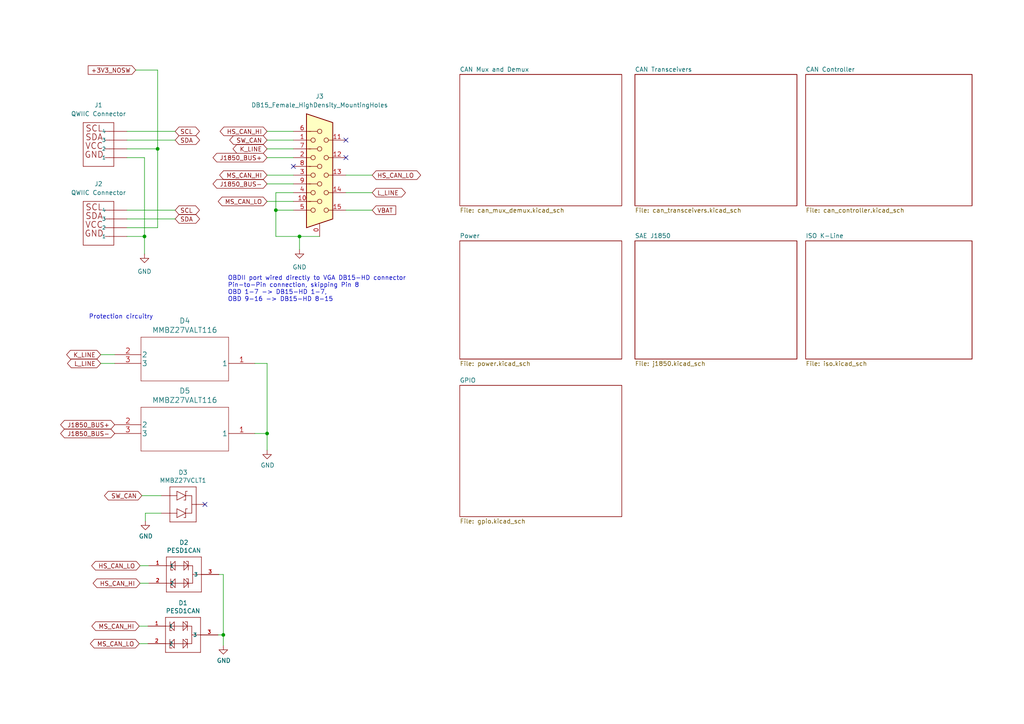
<source format=kicad_sch>
(kicad_sch (version 20211123) (generator eeschema)
  (paper "A4")
  (title_block (title "QWIIC OBDII Interface") (date "2023-01-03"))
  (lib_symbols
    (symbol "Connector:DB15_Female_HighDensity_MountingHoles" (pin_names (offset 1.016) hide)
      (property "Reference" "J" (at 0 21.59 0))
      (property "Value" "DB15_Female_HighDensity_MountingHoles" (at 0 19.05 0))
      (symbol "DB15_Female_HighDensity_MountingHoles_0_1"
        (circle (center -1.905 -10.16) (radius 0.635))
        (circle (center -1.905 -5.08) (radius 0.635))
        (circle (center -1.905 0) (radius 0.635))
        (circle (center -1.905 5.08) (radius 0.635))
        (circle (center -1.905 10.16) (radius 0.635))
        (circle (center 0 -7.62) (radius 0.635))
        (circle (center 0 -2.54) (radius 0.635))
        (polyline (pts (xy -3.175 7.62) (xy -0.635 7.62)))
        (polyline (pts (xy -0.635 -7.62) (xy -3.175 -7.62)))
        (polyline (pts (xy -0.635 -2.54) (xy -3.175 -2.54)))
        (polyline (pts (xy -0.635 2.54) (xy -3.175 2.54)))
        (polyline (pts (xy -0.635 12.7) (xy -3.175 12.7)))
        (polyline (pts (xy -3.81 17.78) (xy -3.81 -15.24) (xy 3.81 -12.7) (xy 3.81 15.24) (xy -3.81 17.78)) (stroke (width 0.254)) (fill (type background)))
        (circle (center 0 2.54) (radius 0.635))
        (circle (center 0 7.62) (radius 0.635))
        (circle (center 0 12.7) (radius 0.635))
        (circle (center 1.905 -10.16) (radius 0.635))
        (circle (center 1.905 -5.08) (radius 0.635))
        (circle (center 1.905 0) (radius 0.635))
        (circle (center 1.905 5.08) (radius 0.635))
        (circle (center 1.905 10.16) (radius 0.635))
      )
      (symbol "DB15_Female_HighDensity_MountingHoles_1_1"
        (pin passive line (at 0 -17.78 90) (length 3.81) (name "~") (number "0"))
        (pin passive line (at -7.62 10.16 0) (length 5.08) (name "~") (number "1"))
        (pin passive line (at -7.62 -7.62 0) (length 5.08) (name "~") (number "10"))
        (pin passive line (at 7.62 10.16 180) (length 5.08) (name "~") (number "11"))
        (pin passive line (at 7.62 5.08 180) (length 5.08) (name "~") (number "12"))
        (pin passive line (at 7.62 0 180) (length 5.08) (name "~") (number "13"))
        (pin passive line (at 7.62 -5.08 180) (length 5.08) (name "~") (number "14"))
        (pin passive line (at 7.62 -10.16 180) (length 5.08) (name "~") (number "15"))
        (pin passive line (at -7.62 5.08 0) (length 5.08) (name "~") (number "2"))
        (pin passive line (at -7.62 0 0) (length 5.08) (name "~") (number "3"))
        (pin passive line (at -7.62 -5.08 0) (length 5.08) (name "~") (number "4"))
        (pin passive line (at -7.62 -10.16 0) (length 5.08) (name "~") (number "5"))
        (pin passive line (at -7.62 12.7 0) (length 5.08) (name "~") (number "6"))
        (pin passive line (at -7.62 7.62 0) (length 5.08) (name "~") (number "7"))
        (pin passive line (at -7.62 2.54 0) (length 5.08) (name "~") (number "8"))
        (pin passive line (at -7.62 -2.54 0) (length 5.08) (name "~") (number "9"))
      )
    )
    (symbol "SparkFun-Connectors:I2C_STANDARD" (pin_numbers hide) (pin_names (offset 1.016))
      (property "Reference" "J" (at -2.54 13.462 0))
      (property "Value" "I2C_STANDARD" (at -2.54 -2.54 0))
      (symbol "I2C_STANDARD_1_0"
        (polyline (pts (xy -2.54 12.7) (xy -2.54 0)))
        (polyline (pts (xy -2.54 12.7) (xy 6.35 12.7)))
        (polyline (pts (xy 3.81 2.54) (xy 5.08 2.54)))
        (polyline (pts (xy 3.81 5.08) (xy 5.08 5.08)))
        (polyline (pts (xy 3.81 7.62) (xy 5.08 7.62)))
        (polyline (pts (xy 3.81 10.16) (xy 5.08 10.16)))
        (polyline (pts (xy 6.35 0) (xy -2.54 0)))
        (polyline (pts (xy 6.35 0) (xy 6.35 12.7)))
        (text "GND" (at 0.635 3.429 0) (effects (font (size 1.778 1.778))))
        (text "SCL" (at 0.635 11.049 0) (effects (font (size 1.778 1.778))))
        (text "SDA" (at 0.635 8.509 0) (effects (font (size 1.778 1.778))))
        (text "VCC" (at 0.635 5.969 0) (effects (font (size 1.778 1.778))))
      )
      (symbol "I2C_STANDARD_1_1"
        (pin passive line (at 10.16 2.54 180) (length 5.08) (name "1") (number "1"))
        (pin passive line (at 10.16 5.08 180) (length 5.08) (name "2") (number "2"))
        (pin passive line (at 10.16 7.62 180) (length 5.08) (name "3") (number "3"))
        (pin passive line (at 10.16 10.16 180) (length 5.08) (name "4") (number "4"))
      )
    )
    (symbol "SparkFun-DiscreteSemi:MMBZ27VCLT1" (pin_numbers hide) (pin_names (offset 1.016) hide)
      (property "Reference" "M" (at -20.32 10.6426 0))
      (property "Value" "MMBZ27VCLT1" (at -20.32 7.8486 0))
      (symbol "MMBZ27VCLT1_1_0"
        (polyline (pts (xy -5.08 -2.54) (xy -5.08 5.08)))
        (polyline (pts (xy -5.08 5.08) (xy 0 5.08)))
        (polyline (pts (xy -3.81 -0.508) (xy -2.54 -0.508)))
        (polyline (pts (xy -3.81 2.032) (xy -3.81 2.54)))
        (polyline (pts (xy -3.81 2.032) (xy -2.54 2.032)))
        (polyline (pts (xy -2.54 -2.54) (xy -5.08 -2.54)))
        (polyline (pts (xy -2.54 -2.54) (xy -2.54 -0.508)))
        (polyline (pts (xy -2.54 -0.508) (xy -1.27 -0.508)))
        (polyline (pts (xy -2.54 2.032) (xy -3.81 -0.508)))
        (polyline (pts (xy -2.54 2.032) (xy -2.54 3.81)))
        (polyline (pts (xy -2.54 2.032) (xy -1.27 2.032)))
        (polyline (pts (xy -2.54 3.81) (xy 0 3.81)))
        (polyline (pts (xy -1.27 -0.508) (xy -2.54 2.032)))
        (polyline (pts (xy -1.27 2.032) (xy -1.27 1.524)))
        (polyline (pts (xy 0 3.81) (xy 0 5.08)))
        (polyline (pts (xy 0 3.81) (xy 2.54 3.81)))
        (polyline (pts (xy 0 5.08) (xy 5.08 5.08)))
        (polyline (pts (xy 1.27 -0.508) (xy 2.54 -0.508)))
        (polyline (pts (xy 1.27 2.032) (xy 1.27 2.54)))
        (polyline (pts (xy 1.27 2.032) (xy 2.54 2.032)))
        (polyline (pts (xy 2.54 -2.54) (xy -2.54 -2.54)))
        (polyline (pts (xy 2.54 -2.54) (xy 2.54 -0.508)))
        (polyline (pts (xy 2.54 -0.508) (xy 3.81 -0.508)))
        (polyline (pts (xy 2.54 2.032) (xy 1.27 -0.508)))
        (polyline (pts (xy 2.54 2.032) (xy 3.81 2.032)))
        (polyline (pts (xy 2.54 3.81) (xy 2.54 2.032)))
        (polyline (pts (xy 3.81 -0.508) (xy 2.54 2.032)))
        (polyline (pts (xy 3.81 2.032) (xy 3.81 1.524)))
        (polyline (pts (xy 5.08 -2.54) (xy 2.54 -2.54)))
        (polyline (pts (xy 5.08 5.08) (xy 5.08 -2.54)))
      )
      (symbol "MMBZ27VCLT1_1_1"
        (pin passive line (at -2.54 -5.08 90) (length 2.54) (name "A1") (number "1"))
        (pin passive line (at 2.54 -5.08 90) (length 2.54) (name "A2") (number "2"))
        (pin passive line (at 0 7.62 270) (length 2.54) (name "C") (number "3"))
      )
    )
    (symbol "SparkFun-DiscreteSemi:PESD1CAN" (pin_names (offset 1.016))
      (property "Reference" "D" (at 0 11.43 0))
      (property "Value" "PESD1CAN" (at 0 -2.54 0))
      (symbol "PESD1CAN_1_0"
        (polyline (pts (xy 0 0) (xy 10.16 0)))
        (polyline (pts (xy 0 2.54) (xy 0 0)))
        (polyline (pts (xy 0 2.54) (xy 1.27 2.54)))
        (polyline (pts (xy 0 7.62) (xy 0 2.54)))
        (polyline (pts (xy 0 7.62) (xy 1.27 7.62)))
        (polyline (pts (xy 0 10.16) (xy 0 7.62)))
        (polyline (pts (xy 1.27 1.27) (xy 1.905 1.27)))
        (polyline (pts (xy 1.27 2.54) (xy 1.27 1.27)))
        (polyline (pts (xy 1.27 2.54) (xy 2.54 3.81)))
        (polyline (pts (xy 1.27 2.54) (xy 6.35 2.54)))
        (polyline (pts (xy 1.27 3.81) (xy 1.27 2.54)))
        (polyline (pts (xy 1.27 6.35) (xy 1.905 6.35)))
        (polyline (pts (xy 1.27 7.62) (xy 1.27 6.35)))
        (polyline (pts (xy 1.27 7.62) (xy 2.54 8.89)))
        (polyline (pts (xy 1.27 7.62) (xy 6.35 7.62)))
        (polyline (pts (xy 1.27 8.89) (xy 1.27 7.62)))
        (polyline (pts (xy 2.54 1.27) (xy 1.27 2.54)))
        (polyline (pts (xy 2.54 3.81) (xy 2.54 1.27)))
        (polyline (pts (xy 2.54 6.35) (xy 1.27 7.62)))
        (polyline (pts (xy 2.54 8.89) (xy 2.54 6.35)))
        (polyline (pts (xy 5.08 1.27) (xy 6.35 2.54)))
        (polyline (pts (xy 5.08 3.81) (xy 5.08 1.27)))
        (polyline (pts (xy 5.08 6.35) (xy 6.35 7.62)))
        (polyline (pts (xy 5.08 8.89) (xy 5.08 6.35)))
        (polyline (pts (xy 6.35 1.27) (xy 6.35 2.54)))
        (polyline (pts (xy 6.35 2.54) (xy 5.08 3.81)))
        (polyline (pts (xy 6.35 2.54) (xy 6.35 3.81)))
        (polyline (pts (xy 6.35 2.54) (xy 7.62 2.54)))
        (polyline (pts (xy 6.35 3.81) (xy 5.715 3.81)))
        (polyline (pts (xy 6.35 6.35) (xy 6.35 7.62)))
        (polyline (pts (xy 6.35 7.62) (xy 5.08 8.89)))
        (polyline (pts (xy 6.35 7.62) (xy 6.35 8.89)))
        (polyline (pts (xy 6.35 7.62) (xy 7.62 7.62)))
        (polyline (pts (xy 6.35 8.89) (xy 5.715 8.89)))
        (polyline (pts (xy 7.62 5.08) (xy 7.62 2.54)))
        (polyline (pts (xy 7.62 5.08) (xy 10.16 5.08)))
        (polyline (pts (xy 7.62 7.62) (xy 7.62 5.08)))
        (polyline (pts (xy 10.16 0) (xy 10.16 10.16)))
        (polyline (pts (xy 10.16 10.16) (xy 0 10.16)))
      )
      (symbol "PESD1CAN_1_1"
        (pin bidirectional line (at -5.08 7.62 0) (length 5.08) (name "1") (number "1"))
        (pin bidirectional line (at -5.08 2.54 0) (length 5.08) (name "2") (number "2"))
        (pin bidirectional line (at 15.24 5.08 180) (length 5.08) (name "3") (number "3"))
      )
    )
    (symbol "UltraLibrarian:MMBZ27VALT116" (pin_names (offset 0.254))
      (property "Reference" "R" (at 20.32 10.16 0))
      (property "Value" "MMBZ27VALT116" (at 20.32 7.62 0))
      (symbol "MMBZ27VALT116_1_1"
        (polyline (pts (xy 7.62 -7.62) (xy 33.02 -7.62)) (stroke (width 0.127)))
        (polyline (pts (xy 7.62 5.08) (xy 7.62 -7.62)) (stroke (width 0.127)))
        (polyline (pts (xy 33.02 -7.62) (xy 33.02 5.08)) (stroke (width 0.127)))
        (polyline (pts (xy 33.02 5.08) (xy 7.62 5.08)) (stroke (width 0.127)))
        (pin unspecified line (at 0 0 0) (length 7.62) (name "1") (number "1"))
        (pin unspecified line (at 40.64 -2.54 180) (length 7.62) (name "2") (number "2"))
        (pin unspecified line (at 40.64 0 180) (length 7.62) (name "3") (number "3"))
      )
    )
    (symbol "power:GND" (power) (pin_names (offset 0))
      (property "Value" "GND" (at 0 -3.81 0))
      (symbol "GND_0_1"
        (polyline (pts (xy 0 0) (xy 0 -1.27) (xy 1.27 -1.27) (xy 0 -2.54) (xy -1.27 -1.27) (xy 0 -1.27)))
      )
      (symbol "GND_1_1"
        (pin power_in line (at 0 0 270) (length 0) hide (name "GND") (number "1"))
      )
    )
  )
  (junction (at 77.47 125.73))
  (junction (at 80.01 60.96))
  (junction (at 86.868 68.58))
  (junction (at 45.72 43.18))
  (junction (at 41.91 68.58))
  (junction (at 64.77 184.15))
  (no_connect (at 59.436 146.304))
  (no_connect (at 85.09 48.26))
  (no_connect (at 100.33 45.72))
  (no_connect (at 100.33 40.64))
  (wire (pts (xy 40.386 186.69) (xy 42.926 186.69)))
  (wire (pts (xy 36.83 40.64) (xy 50.8 40.64)))
  (wire (pts (xy 36.83 63.5) (xy 50.8 63.5)))
  (wire (pts (xy 41.91 68.58) (xy 41.91 45.72)))
  (wire (pts (xy 77.47 53.34) (xy 85.09 53.34)))
  (wire (pts (xy 33.274 102.87) (xy 29.21 102.87)))
  (wire (pts (xy 77.47 105.41) (xy 73.914 105.41)))
  (wire (pts (xy 80.01 68.58) (xy 86.868 68.58)))
  (wire (pts (xy 40.64 169.164) (xy 43.18 169.164)))
  (wire (pts (xy 64.77 187.198) (xy 64.77 184.15)))
  (wire (pts (xy 80.01 55.88) (xy 85.09 55.88)))
  (wire (pts (xy 42.926 181.61) (xy 40.386 181.61)))
  (wire (pts (xy 100.33 50.8) (xy 107.95 50.8)))
  (wire (pts (xy 43.18 164.084) (xy 40.64 164.084)))
  (wire (pts (xy 77.47 45.72) (xy 85.09 45.72)))
  (wire (pts (xy 42.164 151.13) (xy 42.164 148.844)))
  (wire (pts (xy 36.83 66.04) (xy 45.72 66.04)))
  (wire (pts (xy 64.77 166.624) (xy 64.77 184.15)))
  (wire (pts (xy 80.01 60.96) (xy 80.01 55.88)))
  (wire (pts (xy 100.33 55.88) (xy 107.95 55.88)))
  (wire (pts (xy 41.148 143.764) (xy 46.736 143.764)))
  (wire (pts (xy 64.77 184.15) (xy 63.246 184.15)))
  (wire (pts (xy 77.47 38.1) (xy 85.09 38.1)))
  (wire (pts (xy 80.01 60.96) (xy 85.09 60.96)))
  (wire (pts (xy 80.01 68.58) (xy 80.01 60.96)))
  (wire (pts (xy 39.37 20.32) (xy 45.72 20.32)))
  (wire (pts (xy 77.47 125.73) (xy 77.47 105.41)))
  (wire (pts (xy 77.47 50.8) (xy 85.09 50.8)))
  (wire (pts (xy 29.21 105.41) (xy 33.274 105.41)))
  (wire (pts (xy 63.5 166.624) (xy 64.77 166.624)))
  (wire (pts (xy 100.33 60.96) (xy 107.95 60.96)))
  (wire (pts (xy 41.91 73.66) (xy 41.91 68.58)))
  (wire (pts (xy 45.72 66.04) (xy 45.72 43.18)))
  (wire (pts (xy 77.47 58.42) (xy 85.09 58.42)))
  (wire (pts (xy 41.91 45.72) (xy 36.83 45.72)))
  (wire (pts (xy 77.47 43.18) (xy 85.09 43.18)))
  (wire (pts (xy 86.868 68.58) (xy 92.71 68.58)))
  (wire (pts (xy 77.47 125.73) (xy 73.914 125.73)))
  (wire (pts (xy 36.83 43.18) (xy 45.72 43.18)))
  (wire (pts (xy 36.83 60.96) (xy 50.8 60.96)))
  (wire (pts (xy 42.164 148.844) (xy 46.736 148.844)))
  (wire (pts (xy 45.72 20.32) (xy 45.72 43.18)))
  (wire (pts (xy 86.868 68.58) (xy 86.868 72.39)))
  (wire (pts (xy 36.83 68.58) (xy 41.91 68.58)))
  (wire (pts (xy 77.47 40.64) (xy 85.09 40.64)))
  (wire (pts (xy 36.83 38.1) (xy 50.8 38.1)))
  (wire (pts (xy 77.47 130.556) (xy 77.47 125.73)))
  (text "OBDII port wired directly to VGA DB15-HD connector\nPin-to-Pin connection, skipping Pin 8\nOBD 1-7 -> DB15-HD 1-7,  \nOBD 9-16 -> DB15-HD 8-15" (at 66.04 87.63 0) (effects (font (size 1.27 1.27)) (justify left bottom)))
  (text "Protection circuitry" (at 44.45 92.71 180) (effects (font (size 1.27 1.27)) (justify right bottom)))
  (global_label "J1850_BUS-" (shape bidirectional) (at 33.274 125.73 180) (property "Intersheet References" "${INTERSHEET_REFS}" (effects hide)))
  (global_label "J1850_BUS+" (shape bidirectional) (at 77.47 45.72 180) (property "Intersheet References" "${INTERSHEET_REFS}" (effects hide)))
  (global_label "MS_CAN_HI" (shape bidirectional) (at 40.386 181.61 180) (property "Intersheet References" "${INTERSHEET_REFS}" (effects hide)))
  (global_label "+3V3_NOSW" (shape input) (at 39.37 20.32 180) (property "Intersheet References" "${INTERSHEET_REFS}" (effects hide)))
  (global_label "K_LINE" (shape bidirectional) (at 29.21 102.87 180) (property "Intersheet References" "${INTERSHEET_REFS}" (effects hide)))
  (global_label "L_LINE" (shape bidirectional) (at 29.21 105.41 180) (property "Intersheet References" "${INTERSHEET_REFS}" (effects hide)))
  (global_label "HS_CAN_HI" (shape bidirectional) (at 77.47 38.1 180) (property "Intersheet References" "${INTERSHEET_REFS}" (effects hide)))
  (global_label "HS_CAN_LO" (shape bidirectional) (at 107.95 50.8 0) (property "Intersheet References" "${INTERSHEET_REFS}" (effects hide)))
  (global_label "J1850_BUS-" (shape bidirectional) (at 77.47 53.34 180) (property "Intersheet References" "${INTERSHEET_REFS}" (effects hide)))
  (global_label "J1850_BUS+" (shape bidirectional) (at 33.274 123.19 180) (property "Intersheet References" "${INTERSHEET_REFS}" (effects hide)))
  (global_label "MS_CAN_LO" (shape bidirectional) (at 40.386 186.69 180) (property "Intersheet References" "${INTERSHEET_REFS}" (effects hide)))
  (global_label "SW_CAN" (shape bidirectional) (at 41.148 143.764 180) (property "Intersheet References" "${INTERSHEET_REFS}" (effects hide)))
  (global_label "SW_CAN" (shape bidirectional) (at 77.47 40.64 180) (property "Intersheet References" "${INTERSHEET_REFS}" (effects hide)))
  (global_label "SCL" (shape bidirectional) (at 50.8 60.96 0) (property "Intersheet References" "${INTERSHEET_REFS}" (effects hide)))
  (global_label "SDA" (shape bidirectional) (at 50.8 63.5 0) (property "Intersheet References" "${INTERSHEET_REFS}" (effects hide)))
  (global_label "L_LINE" (shape bidirectional) (at 107.95 55.88 0) (property "Intersheet References" "${INTERSHEET_REFS}" (effects hide)))
  (global_label "VBAT" (shape input) (at 107.95 60.96 0) (property "Intersheet References" "${INTERSHEET_REFS}" (effects hide)))
  (global_label "HS_CAN_HI" (shape bidirectional) (at 40.64 169.164 180) (property "Intersheet References" "${INTERSHEET_REFS}" (effects hide)))
  (global_label "HS_CAN_LO" (shape bidirectional) (at 40.64 164.084 180) (property "Intersheet References" "${INTERSHEET_REFS}" (effects hide)))
  (global_label "SDA" (shape bidirectional) (at 50.8 40.64 0) (property "Intersheet References" "${INTERSHEET_REFS}" (effects hide)))
  (global_label "MS_CAN_HI" (shape bidirectional) (at 77.47 50.8 180) (property "Intersheet References" "${INTERSHEET_REFS}" (effects hide)))
  (global_label "MS_CAN_LO" (shape bidirectional) (at 77.47 58.42 180) (property "Intersheet References" "${INTERSHEET_REFS}" (effects hide)))
  (global_label "SCL" (shape bidirectional) (at 50.8 38.1 0) (property "Intersheet References" "${INTERSHEET_REFS}" (effects hide)))
  (global_label "K_LINE" (shape bidirectional) (at 77.47 43.18 180) (property "Intersheet References" "${INTERSHEET_REFS}" (effects hide)))
  (symbol (lib_id "UltraLibrarian:MMBZ27VALT116") (at 73.914 125.73 180) (unit 1)
    (property "Reference" "D5" (at 53.594 113.3602 0) (effects (font (size 1.524 1.524))))
    (property "Value" "MMBZ27VALT116" (at 53.594 116.0526 0) (effects (font (size 1.524 1.524))))
    (property "Footprint" "SparkFun-Silicon-Standard:SOT23-3" (effects hide))
    (property "Digikey" "MMBZ27VALT116CT-ND" (effects hide))
  )
  (symbol (lib_id "Connector:DB15_Female_HighDensity_MountingHoles") (at 92.71 50.8 0) (unit 1)
    (property "Reference" "J3" (at 92.71 27.94 0))
    (property "Value" "DB15_Female_HighDensity_MountingHoles" (at 92.71 30.48 0))
    (property "Footprint" "Connector_Dsub:DSUB-15-HD_Female_Horizontal_P2.29x1.98mm_EdgePinOffset8.35mm_Housed_MountingHolesOffset10.89mm" (effects hide))
    (property "Datasheet" " ~" (effects hide))
    (property "Digikey" "L77HDE15SD1CH4FVGA-ND" (effects hide))
  )
  (symbol (lib_id "power:GND") (at 86.868 72.39 0) (unit 1)
    (property "Reference" "#PWR05" (effects hide))
    (property "Value" "GND" (at 86.868 77.47 0))
  )
  (symbol (lib_id "UltraLibrarian:MMBZ27VALT116") (at 73.914 105.41 180) (unit 1)
    (property "Reference" "D4" (at 53.594 93.0402 0) (effects (font (size 1.524 1.524))))
    (property "Value" "MMBZ27VALT116" (at 53.594 95.7326 0) (effects (font (size 1.524 1.524))))
    (property "Footprint" "SparkFun-Silicon-Standard:SOT23-3" (effects hide))
    (property "Digikey" "MMBZ27VALT116CT-ND" (effects hide))
  )
  (symbol (lib_id "power:GND") (at 77.47 130.556 0) (unit 1)
    (property "Reference" "#PWR04" (effects hide))
    (property "Value" "GND" (at 77.597 134.9502 0))
  )
  (symbol (lib_id "SparkFun-DiscreteSemi:PESD1CAN") (at 48.26 171.704 0) (unit 1)
    (property "Reference" "D2" (at 53.34 157.353 0))
    (property "Value" "PESD1CAN" (at 53.34 159.6644 0))
    (property "Footprint" "SparkFun-Silicon-Standard:SOT23-3" (effects hide))
    (property "Digikey" "1727-3817-1-ND" (effects hide))
  )
  (symbol (lib_id "power:GND") (at 41.91 73.66 0) (unit 1)
    (property "Reference" "#PWR01" (effects hide))
    (property "Value" "GND" (at 41.91 78.74 0))
  )
  (symbol (lib_id "SparkFun-DiscreteSemi:MMBZ27VCLT1") (at 51.816 146.304 270) (unit 1)
    (property "Reference" "D3" (at 53.086 137.033 90))
    (property "Value" "MMBZ27VCLT1" (at 53.086 139.3444 90))
    (property "Footprint" "SparkFun-Silicon-Standard:SOT23-3" (effects hide))
    (property "Digikey" "MMBZ27VCL-FDICT-ND" (effects hide))
  )
  (symbol (lib_id "SparkFun-DiscreteSemi:PESD1CAN") (at 48.006 189.23 0) (unit 1)
    (property "Reference" "D1" (at 53.086 174.879 0))
    (property "Value" "PESD1CAN" (at 53.086 177.1904 0))
    (property "Footprint" "SparkFun-Silicon-Standard:SOT23-3" (effects hide))
    (property "Digikey" "1727-3817-1-ND" (effects hide))
  )
  (symbol (lib_id "SparkFun-Connectors:I2C_STANDARD") (at 26.67 71.12 0) (unit 1)
    (property "Reference" "J2" (at 28.575 53.34 0))
    (property "Value" "QWIIC Connector" (at 28.575 55.88 0))
    (property "Footprint" "Beirdo:QWIIC Connector" (effects hide))
    (property "SparkFun" "PRT-16766" (effects hide))
  )
  (symbol (lib_id "SparkFun-Connectors:I2C_STANDARD") (at 26.67 48.26 0) (unit 1)
    (property "Reference" "J1" (at 28.575 30.48 0))
    (property "Value" "QWIIC Connector" (at 28.575 33.02 0))
    (property "Footprint" "Beirdo:QWIIC Connector" (effects hide))
    (property "SparkFun" "PRT-16766" (effects hide))
  )
  (symbol (lib_id "power:GND") (at 42.164 151.13 0) (unit 1)
    (property "Reference" "#PWR02" (effects hide))
    (property "Value" "GND" (at 42.291 155.5242 0))
  )
  (symbol (lib_id "power:GND") (at 64.77 187.198 0) (unit 1)
    (property "Reference" "#PWR03" (effects hide))
    (property "Value" "GND" (at 64.897 191.5922 0))
  )
  (sheet (at 133.35 21.59) (size 46.99 38.1) (stroke (width 0.1524))
    (property "Sheet name" "CAN Mux and Demux" (at 133.35 20.8784 0) (effects (justify left bottom)))
    (property "Sheet file" "can_mux_demux.kicad_sch" (at 133.35 60.2746 0) (effects (justify left top)))
  )
  (sheet (at 133.35 69.85) (size 46.99 34.29) (stroke (width 0.1524))
    (property "Sheet name" "Power" (at 133.35 69.1384 0) (effects (justify left bottom)))
    (property "Sheet file" "power.kicad_sch" (at 133.35 104.7246 0) (effects (justify left top)))
  )
  (sheet (at 233.68 21.59) (size 48.26 38.1) (stroke (width 0.1524))
    (property "Sheet name" "CAN Controller" (at 233.68 20.8784 0) (effects (justify left bottom)))
    (property "Sheet file" "can_controller.kicad_sch" (at 233.68 60.2746 0) (effects (justify left top)))
  )
  (sheet (at 133.35 111.76) (size 46.99 38.1) (stroke (width 0.1524))
    (property "Sheet name" "GPIO" (at 133.35 111.0484 0) (effects (justify left bottom)))
    (property "Sheet file" "gpio.kicad_sch" (at 133.35 150.4446 0) (effects (justify left top)))
  )
  (sheet (at 184.15 69.85) (size 46.99 34.29) (stroke (width 0.1524))
    (property "Sheet name" "SAE J1850" (at 184.15 69.1384 0) (effects (justify left bottom)))
    (property "Sheet file" "j1850.kicad_sch" (at 184.15 104.7246 0) (effects (justify left top)))
  )
  (sheet (at 184.15 21.59) (size 46.99 38.1) (stroke (width 0.1524))
    (property "Sheet name" "CAN Transceivers" (at 184.15 20.8784 0) (effects (justify left bottom)))
    (property "Sheet file" "can_transceivers.kicad_sch" (at 184.15 60.2746 0) (effects (justify left top)))
  )
  (sheet (at 233.68 69.85) (size 48.26 34.29) (stroke (width 0.1524))
    (property "Sheet name" "ISO K-Line" (at 233.68 69.1384 0) (effects (justify left bottom)))
    (property "Sheet file" "iso.kicad_sch" (at 233.68 104.7246 0) (effects (justify left top)))
  )
)
</source>
